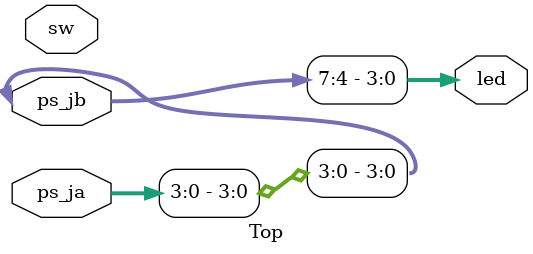
<source format=sv>
`timescale 1ns / 1ps


module Top(
    input [7:0]  ps_ja, 
    inout [7:0]  ps_jb,
    input [3:0]  sw,
    output [3:0] led 
    );
    
    assign ps_jb[3:0] = ps_ja[3:0];
    assign led = ps_jb[7:4];
    
endmodule

</source>
